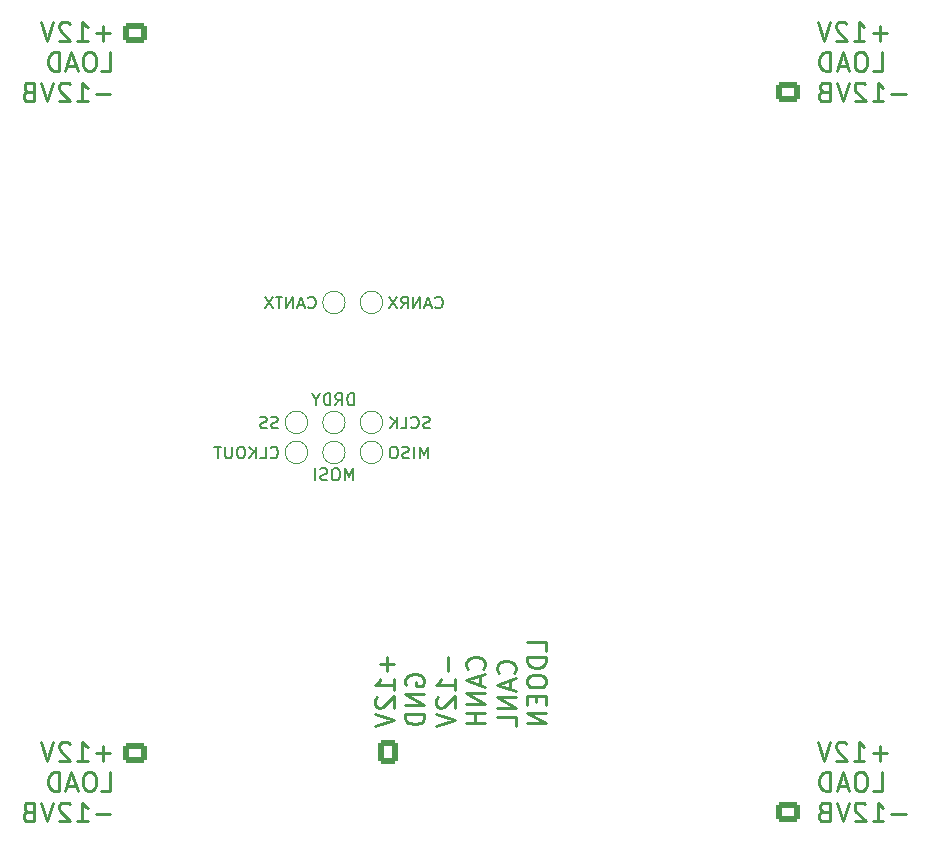
<source format=gbo>
G04 #@! TF.GenerationSoftware,KiCad,Pcbnew,7.0.7*
G04 #@! TF.CreationDate,2024-10-01T17:01:24-05:00*
G04 #@! TF.ProjectId,corner-board,636f726e-6572-42d6-926f-6172642e6b69,rev?*
G04 #@! TF.SameCoordinates,Original*
G04 #@! TF.FileFunction,Legend,Bot*
G04 #@! TF.FilePolarity,Positive*
%FSLAX46Y46*%
G04 Gerber Fmt 4.6, Leading zero omitted, Abs format (unit mm)*
G04 Created by KiCad (PCBNEW 7.0.7) date 2024-10-01 17:01:24*
%MOMM*%
%LPD*%
G01*
G04 APERTURE LIST*
G04 Aperture macros list*
%AMRoundRect*
0 Rectangle with rounded corners*
0 $1 Rounding radius*
0 $2 $3 $4 $5 $6 $7 $8 $9 X,Y pos of 4 corners*
0 Add a 4 corners polygon primitive as box body*
4,1,4,$2,$3,$4,$5,$6,$7,$8,$9,$2,$3,0*
0 Add four circle primitives for the rounded corners*
1,1,$1+$1,$2,$3*
1,1,$1+$1,$4,$5*
1,1,$1+$1,$6,$7*
1,1,$1+$1,$8,$9*
0 Add four rect primitives between the rounded corners*
20,1,$1+$1,$2,$3,$4,$5,0*
20,1,$1+$1,$4,$5,$6,$7,0*
20,1,$1+$1,$6,$7,$8,$9,0*
20,1,$1+$1,$8,$9,$2,$3,0*%
G04 Aperture macros list end*
%ADD10C,0.250000*%
%ADD11C,0.150000*%
%ADD12C,0.120000*%
%ADD13C,1.500000*%
%ADD14RoundRect,0.250000X-0.600000X-0.725000X0.600000X-0.725000X0.600000X0.725000X-0.600000X0.725000X0*%
%ADD15O,1.700000X1.950000*%
%ADD16C,2.000000*%
%ADD17C,5.500000*%
%ADD18R,1.600000X1.600000*%
%ADD19O,1.600000X1.600000*%
%ADD20R,1.700000X1.700000*%
%ADD21O,1.700000X1.700000*%
%ADD22O,1.950000X1.700000*%
%ADD23RoundRect,0.250000X0.725000X-0.600000X0.725000X0.600000X-0.725000X0.600000X-0.725000X-0.600000X0*%
%ADD24RoundRect,0.250000X-0.725000X0.600000X-0.725000X-0.600000X0.725000X-0.600000X0.725000X0.600000X0*%
G04 APERTURE END LIST*
D10*
X57177666Y-73191478D02*
X57177666Y-74410526D01*
X57787190Y-73801002D02*
X56568142Y-73801002D01*
X57787190Y-76010525D02*
X57787190Y-75096239D01*
X57787190Y-75553382D02*
X56187190Y-75553382D01*
X56187190Y-75553382D02*
X56415761Y-75401001D01*
X56415761Y-75401001D02*
X56568142Y-75248620D01*
X56568142Y-75248620D02*
X56644333Y-75096239D01*
X56339571Y-76620049D02*
X56263380Y-76696240D01*
X56263380Y-76696240D02*
X56187190Y-76848621D01*
X56187190Y-76848621D02*
X56187190Y-77229573D01*
X56187190Y-77229573D02*
X56263380Y-77381954D01*
X56263380Y-77381954D02*
X56339571Y-77458145D01*
X56339571Y-77458145D02*
X56491952Y-77534335D01*
X56491952Y-77534335D02*
X56644333Y-77534335D01*
X56644333Y-77534335D02*
X56872904Y-77458145D01*
X56872904Y-77458145D02*
X57787190Y-76543859D01*
X57787190Y-76543859D02*
X57787190Y-77534335D01*
X56187190Y-77991478D02*
X57787190Y-78524812D01*
X57787190Y-78524812D02*
X56187190Y-79058145D01*
X58839380Y-75553384D02*
X58763190Y-75401003D01*
X58763190Y-75401003D02*
X58763190Y-75172432D01*
X58763190Y-75172432D02*
X58839380Y-74943860D01*
X58839380Y-74943860D02*
X58991761Y-74791479D01*
X58991761Y-74791479D02*
X59144142Y-74715289D01*
X59144142Y-74715289D02*
X59448904Y-74639098D01*
X59448904Y-74639098D02*
X59677476Y-74639098D01*
X59677476Y-74639098D02*
X59982238Y-74715289D01*
X59982238Y-74715289D02*
X60134619Y-74791479D01*
X60134619Y-74791479D02*
X60287000Y-74943860D01*
X60287000Y-74943860D02*
X60363190Y-75172432D01*
X60363190Y-75172432D02*
X60363190Y-75324813D01*
X60363190Y-75324813D02*
X60287000Y-75553384D01*
X60287000Y-75553384D02*
X60210809Y-75629575D01*
X60210809Y-75629575D02*
X59677476Y-75629575D01*
X59677476Y-75629575D02*
X59677476Y-75324813D01*
X60363190Y-76315289D02*
X58763190Y-76315289D01*
X58763190Y-76315289D02*
X60363190Y-77229575D01*
X60363190Y-77229575D02*
X58763190Y-77229575D01*
X60363190Y-77991479D02*
X58763190Y-77991479D01*
X58763190Y-77991479D02*
X58763190Y-78372431D01*
X58763190Y-78372431D02*
X58839380Y-78601003D01*
X58839380Y-78601003D02*
X58991761Y-78753384D01*
X58991761Y-78753384D02*
X59144142Y-78829574D01*
X59144142Y-78829574D02*
X59448904Y-78905765D01*
X59448904Y-78905765D02*
X59677476Y-78905765D01*
X59677476Y-78905765D02*
X59982238Y-78829574D01*
X59982238Y-78829574D02*
X60134619Y-78753384D01*
X60134619Y-78753384D02*
X60287000Y-78601003D01*
X60287000Y-78601003D02*
X60363190Y-78372431D01*
X60363190Y-78372431D02*
X60363190Y-77991479D01*
X62329666Y-73191478D02*
X62329666Y-74410526D01*
X62939190Y-76010525D02*
X62939190Y-75096239D01*
X62939190Y-75553382D02*
X61339190Y-75553382D01*
X61339190Y-75553382D02*
X61567761Y-75401001D01*
X61567761Y-75401001D02*
X61720142Y-75248620D01*
X61720142Y-75248620D02*
X61796333Y-75096239D01*
X61491571Y-76620049D02*
X61415380Y-76696240D01*
X61415380Y-76696240D02*
X61339190Y-76848621D01*
X61339190Y-76848621D02*
X61339190Y-77229573D01*
X61339190Y-77229573D02*
X61415380Y-77381954D01*
X61415380Y-77381954D02*
X61491571Y-77458145D01*
X61491571Y-77458145D02*
X61643952Y-77534335D01*
X61643952Y-77534335D02*
X61796333Y-77534335D01*
X61796333Y-77534335D02*
X62024904Y-77458145D01*
X62024904Y-77458145D02*
X62939190Y-76543859D01*
X62939190Y-76543859D02*
X62939190Y-77534335D01*
X61339190Y-77991478D02*
X62939190Y-78524812D01*
X62939190Y-78524812D02*
X61339190Y-79058145D01*
X65362809Y-74181956D02*
X65439000Y-74105765D01*
X65439000Y-74105765D02*
X65515190Y-73877194D01*
X65515190Y-73877194D02*
X65515190Y-73724813D01*
X65515190Y-73724813D02*
X65439000Y-73496241D01*
X65439000Y-73496241D02*
X65286619Y-73343860D01*
X65286619Y-73343860D02*
X65134238Y-73267670D01*
X65134238Y-73267670D02*
X64829476Y-73191479D01*
X64829476Y-73191479D02*
X64600904Y-73191479D01*
X64600904Y-73191479D02*
X64296142Y-73267670D01*
X64296142Y-73267670D02*
X64143761Y-73343860D01*
X64143761Y-73343860D02*
X63991380Y-73496241D01*
X63991380Y-73496241D02*
X63915190Y-73724813D01*
X63915190Y-73724813D02*
X63915190Y-73877194D01*
X63915190Y-73877194D02*
X63991380Y-74105765D01*
X63991380Y-74105765D02*
X64067571Y-74181956D01*
X65058047Y-74791479D02*
X65058047Y-75553384D01*
X65515190Y-74639098D02*
X63915190Y-75172432D01*
X63915190Y-75172432D02*
X65515190Y-75705765D01*
X65515190Y-76239099D02*
X63915190Y-76239099D01*
X63915190Y-76239099D02*
X65515190Y-77153385D01*
X65515190Y-77153385D02*
X63915190Y-77153385D01*
X65515190Y-77915289D02*
X63915190Y-77915289D01*
X64677095Y-77915289D02*
X64677095Y-78829575D01*
X65515190Y-78829575D02*
X63915190Y-78829575D01*
X67938809Y-74562908D02*
X68015000Y-74486717D01*
X68015000Y-74486717D02*
X68091190Y-74258146D01*
X68091190Y-74258146D02*
X68091190Y-74105765D01*
X68091190Y-74105765D02*
X68015000Y-73877193D01*
X68015000Y-73877193D02*
X67862619Y-73724812D01*
X67862619Y-73724812D02*
X67710238Y-73648622D01*
X67710238Y-73648622D02*
X67405476Y-73572431D01*
X67405476Y-73572431D02*
X67176904Y-73572431D01*
X67176904Y-73572431D02*
X66872142Y-73648622D01*
X66872142Y-73648622D02*
X66719761Y-73724812D01*
X66719761Y-73724812D02*
X66567380Y-73877193D01*
X66567380Y-73877193D02*
X66491190Y-74105765D01*
X66491190Y-74105765D02*
X66491190Y-74258146D01*
X66491190Y-74258146D02*
X66567380Y-74486717D01*
X66567380Y-74486717D02*
X66643571Y-74562908D01*
X67634047Y-75172431D02*
X67634047Y-75934336D01*
X68091190Y-75020050D02*
X66491190Y-75553384D01*
X66491190Y-75553384D02*
X68091190Y-76086717D01*
X68091190Y-76620051D02*
X66491190Y-76620051D01*
X66491190Y-76620051D02*
X68091190Y-77534337D01*
X68091190Y-77534337D02*
X66491190Y-77534337D01*
X68091190Y-79058146D02*
X68091190Y-78296241D01*
X68091190Y-78296241D02*
X66491190Y-78296241D01*
X70667190Y-72658147D02*
X70667190Y-71896242D01*
X70667190Y-71896242D02*
X69067190Y-71896242D01*
X70667190Y-73191480D02*
X69067190Y-73191480D01*
X69067190Y-73191480D02*
X69067190Y-73572432D01*
X69067190Y-73572432D02*
X69143380Y-73801004D01*
X69143380Y-73801004D02*
X69295761Y-73953385D01*
X69295761Y-73953385D02*
X69448142Y-74029575D01*
X69448142Y-74029575D02*
X69752904Y-74105766D01*
X69752904Y-74105766D02*
X69981476Y-74105766D01*
X69981476Y-74105766D02*
X70286238Y-74029575D01*
X70286238Y-74029575D02*
X70438619Y-73953385D01*
X70438619Y-73953385D02*
X70591000Y-73801004D01*
X70591000Y-73801004D02*
X70667190Y-73572432D01*
X70667190Y-73572432D02*
X70667190Y-73191480D01*
X69067190Y-75096242D02*
X69067190Y-75401004D01*
X69067190Y-75401004D02*
X69143380Y-75553385D01*
X69143380Y-75553385D02*
X69295761Y-75705766D01*
X69295761Y-75705766D02*
X69600523Y-75781956D01*
X69600523Y-75781956D02*
X70133857Y-75781956D01*
X70133857Y-75781956D02*
X70438619Y-75705766D01*
X70438619Y-75705766D02*
X70591000Y-75553385D01*
X70591000Y-75553385D02*
X70667190Y-75401004D01*
X70667190Y-75401004D02*
X70667190Y-75096242D01*
X70667190Y-75096242D02*
X70591000Y-74943861D01*
X70591000Y-74943861D02*
X70438619Y-74791480D01*
X70438619Y-74791480D02*
X70133857Y-74715289D01*
X70133857Y-74715289D02*
X69600523Y-74715289D01*
X69600523Y-74715289D02*
X69295761Y-74791480D01*
X69295761Y-74791480D02*
X69143380Y-74943861D01*
X69143380Y-74943861D02*
X69067190Y-75096242D01*
X69829095Y-76467670D02*
X69829095Y-77001003D01*
X70667190Y-77229575D02*
X70667190Y-76467670D01*
X70667190Y-76467670D02*
X69067190Y-76467670D01*
X69067190Y-76467670D02*
X69067190Y-77229575D01*
X70667190Y-77915289D02*
X69067190Y-77915289D01*
X69067190Y-77915289D02*
X70667190Y-78829575D01*
X70667190Y-78829575D02*
X69067190Y-78829575D01*
X99528521Y-81361666D02*
X98309474Y-81361666D01*
X98918997Y-81971190D02*
X98918997Y-80752142D01*
X96709474Y-81971190D02*
X97623760Y-81971190D01*
X97166617Y-81971190D02*
X97166617Y-80371190D01*
X97166617Y-80371190D02*
X97318998Y-80599761D01*
X97318998Y-80599761D02*
X97471379Y-80752142D01*
X97471379Y-80752142D02*
X97623760Y-80828333D01*
X96099950Y-80523571D02*
X96023759Y-80447380D01*
X96023759Y-80447380D02*
X95871378Y-80371190D01*
X95871378Y-80371190D02*
X95490426Y-80371190D01*
X95490426Y-80371190D02*
X95338045Y-80447380D01*
X95338045Y-80447380D02*
X95261854Y-80523571D01*
X95261854Y-80523571D02*
X95185664Y-80675952D01*
X95185664Y-80675952D02*
X95185664Y-80828333D01*
X95185664Y-80828333D02*
X95261854Y-81056904D01*
X95261854Y-81056904D02*
X96176140Y-81971190D01*
X96176140Y-81971190D02*
X95185664Y-81971190D01*
X94728521Y-80371190D02*
X94195187Y-81971190D01*
X94195187Y-81971190D02*
X93661854Y-80371190D01*
X98309472Y-84547190D02*
X99071377Y-84547190D01*
X99071377Y-84547190D02*
X99071377Y-82947190D01*
X97471377Y-82947190D02*
X97166615Y-82947190D01*
X97166615Y-82947190D02*
X97014234Y-83023380D01*
X97014234Y-83023380D02*
X96861853Y-83175761D01*
X96861853Y-83175761D02*
X96785663Y-83480523D01*
X96785663Y-83480523D02*
X96785663Y-84013857D01*
X96785663Y-84013857D02*
X96861853Y-84318619D01*
X96861853Y-84318619D02*
X97014234Y-84471000D01*
X97014234Y-84471000D02*
X97166615Y-84547190D01*
X97166615Y-84547190D02*
X97471377Y-84547190D01*
X97471377Y-84547190D02*
X97623758Y-84471000D01*
X97623758Y-84471000D02*
X97776139Y-84318619D01*
X97776139Y-84318619D02*
X97852330Y-84013857D01*
X97852330Y-84013857D02*
X97852330Y-83480523D01*
X97852330Y-83480523D02*
X97776139Y-83175761D01*
X97776139Y-83175761D02*
X97623758Y-83023380D01*
X97623758Y-83023380D02*
X97471377Y-82947190D01*
X96176140Y-84090047D02*
X95414235Y-84090047D01*
X96328521Y-84547190D02*
X95795187Y-82947190D01*
X95795187Y-82947190D02*
X95261854Y-84547190D01*
X94728520Y-84547190D02*
X94728520Y-82947190D01*
X94728520Y-82947190D02*
X94347568Y-82947190D01*
X94347568Y-82947190D02*
X94118996Y-83023380D01*
X94118996Y-83023380D02*
X93966615Y-83175761D01*
X93966615Y-83175761D02*
X93890425Y-83328142D01*
X93890425Y-83328142D02*
X93814234Y-83632904D01*
X93814234Y-83632904D02*
X93814234Y-83861476D01*
X93814234Y-83861476D02*
X93890425Y-84166238D01*
X93890425Y-84166238D02*
X93966615Y-84318619D01*
X93966615Y-84318619D02*
X94118996Y-84471000D01*
X94118996Y-84471000D02*
X94347568Y-84547190D01*
X94347568Y-84547190D02*
X94728520Y-84547190D01*
X101128521Y-86513666D02*
X99909474Y-86513666D01*
X98309474Y-87123190D02*
X99223760Y-87123190D01*
X98766617Y-87123190D02*
X98766617Y-85523190D01*
X98766617Y-85523190D02*
X98918998Y-85751761D01*
X98918998Y-85751761D02*
X99071379Y-85904142D01*
X99071379Y-85904142D02*
X99223760Y-85980333D01*
X97699950Y-85675571D02*
X97623759Y-85599380D01*
X97623759Y-85599380D02*
X97471378Y-85523190D01*
X97471378Y-85523190D02*
X97090426Y-85523190D01*
X97090426Y-85523190D02*
X96938045Y-85599380D01*
X96938045Y-85599380D02*
X96861854Y-85675571D01*
X96861854Y-85675571D02*
X96785664Y-85827952D01*
X96785664Y-85827952D02*
X96785664Y-85980333D01*
X96785664Y-85980333D02*
X96861854Y-86208904D01*
X96861854Y-86208904D02*
X97776140Y-87123190D01*
X97776140Y-87123190D02*
X96785664Y-87123190D01*
X96328521Y-85523190D02*
X95795187Y-87123190D01*
X95795187Y-87123190D02*
X95261854Y-85523190D01*
X94195187Y-86285095D02*
X93966615Y-86361285D01*
X93966615Y-86361285D02*
X93890425Y-86437476D01*
X93890425Y-86437476D02*
X93814234Y-86589857D01*
X93814234Y-86589857D02*
X93814234Y-86818428D01*
X93814234Y-86818428D02*
X93890425Y-86970809D01*
X93890425Y-86970809D02*
X93966615Y-87047000D01*
X93966615Y-87047000D02*
X94118996Y-87123190D01*
X94118996Y-87123190D02*
X94728520Y-87123190D01*
X94728520Y-87123190D02*
X94728520Y-85523190D01*
X94728520Y-85523190D02*
X94195187Y-85523190D01*
X94195187Y-85523190D02*
X94042806Y-85599380D01*
X94042806Y-85599380D02*
X93966615Y-85675571D01*
X93966615Y-85675571D02*
X93890425Y-85827952D01*
X93890425Y-85827952D02*
X93890425Y-85980333D01*
X93890425Y-85980333D02*
X93966615Y-86132714D01*
X93966615Y-86132714D02*
X94042806Y-86208904D01*
X94042806Y-86208904D02*
X94195187Y-86285095D01*
X94195187Y-86285095D02*
X94728520Y-86285095D01*
X99528521Y-20401666D02*
X98309474Y-20401666D01*
X98918997Y-21011190D02*
X98918997Y-19792142D01*
X96709474Y-21011190D02*
X97623760Y-21011190D01*
X97166617Y-21011190D02*
X97166617Y-19411190D01*
X97166617Y-19411190D02*
X97318998Y-19639761D01*
X97318998Y-19639761D02*
X97471379Y-19792142D01*
X97471379Y-19792142D02*
X97623760Y-19868333D01*
X96099950Y-19563571D02*
X96023759Y-19487380D01*
X96023759Y-19487380D02*
X95871378Y-19411190D01*
X95871378Y-19411190D02*
X95490426Y-19411190D01*
X95490426Y-19411190D02*
X95338045Y-19487380D01*
X95338045Y-19487380D02*
X95261854Y-19563571D01*
X95261854Y-19563571D02*
X95185664Y-19715952D01*
X95185664Y-19715952D02*
X95185664Y-19868333D01*
X95185664Y-19868333D02*
X95261854Y-20096904D01*
X95261854Y-20096904D02*
X96176140Y-21011190D01*
X96176140Y-21011190D02*
X95185664Y-21011190D01*
X94728521Y-19411190D02*
X94195187Y-21011190D01*
X94195187Y-21011190D02*
X93661854Y-19411190D01*
X98309472Y-23587190D02*
X99071377Y-23587190D01*
X99071377Y-23587190D02*
X99071377Y-21987190D01*
X97471377Y-21987190D02*
X97166615Y-21987190D01*
X97166615Y-21987190D02*
X97014234Y-22063380D01*
X97014234Y-22063380D02*
X96861853Y-22215761D01*
X96861853Y-22215761D02*
X96785663Y-22520523D01*
X96785663Y-22520523D02*
X96785663Y-23053857D01*
X96785663Y-23053857D02*
X96861853Y-23358619D01*
X96861853Y-23358619D02*
X97014234Y-23511000D01*
X97014234Y-23511000D02*
X97166615Y-23587190D01*
X97166615Y-23587190D02*
X97471377Y-23587190D01*
X97471377Y-23587190D02*
X97623758Y-23511000D01*
X97623758Y-23511000D02*
X97776139Y-23358619D01*
X97776139Y-23358619D02*
X97852330Y-23053857D01*
X97852330Y-23053857D02*
X97852330Y-22520523D01*
X97852330Y-22520523D02*
X97776139Y-22215761D01*
X97776139Y-22215761D02*
X97623758Y-22063380D01*
X97623758Y-22063380D02*
X97471377Y-21987190D01*
X96176140Y-23130047D02*
X95414235Y-23130047D01*
X96328521Y-23587190D02*
X95795187Y-21987190D01*
X95795187Y-21987190D02*
X95261854Y-23587190D01*
X94728520Y-23587190D02*
X94728520Y-21987190D01*
X94728520Y-21987190D02*
X94347568Y-21987190D01*
X94347568Y-21987190D02*
X94118996Y-22063380D01*
X94118996Y-22063380D02*
X93966615Y-22215761D01*
X93966615Y-22215761D02*
X93890425Y-22368142D01*
X93890425Y-22368142D02*
X93814234Y-22672904D01*
X93814234Y-22672904D02*
X93814234Y-22901476D01*
X93814234Y-22901476D02*
X93890425Y-23206238D01*
X93890425Y-23206238D02*
X93966615Y-23358619D01*
X93966615Y-23358619D02*
X94118996Y-23511000D01*
X94118996Y-23511000D02*
X94347568Y-23587190D01*
X94347568Y-23587190D02*
X94728520Y-23587190D01*
X101128521Y-25553666D02*
X99909474Y-25553666D01*
X98309474Y-26163190D02*
X99223760Y-26163190D01*
X98766617Y-26163190D02*
X98766617Y-24563190D01*
X98766617Y-24563190D02*
X98918998Y-24791761D01*
X98918998Y-24791761D02*
X99071379Y-24944142D01*
X99071379Y-24944142D02*
X99223760Y-25020333D01*
X97699950Y-24715571D02*
X97623759Y-24639380D01*
X97623759Y-24639380D02*
X97471378Y-24563190D01*
X97471378Y-24563190D02*
X97090426Y-24563190D01*
X97090426Y-24563190D02*
X96938045Y-24639380D01*
X96938045Y-24639380D02*
X96861854Y-24715571D01*
X96861854Y-24715571D02*
X96785664Y-24867952D01*
X96785664Y-24867952D02*
X96785664Y-25020333D01*
X96785664Y-25020333D02*
X96861854Y-25248904D01*
X96861854Y-25248904D02*
X97776140Y-26163190D01*
X97776140Y-26163190D02*
X96785664Y-26163190D01*
X96328521Y-24563190D02*
X95795187Y-26163190D01*
X95795187Y-26163190D02*
X95261854Y-24563190D01*
X94195187Y-25325095D02*
X93966615Y-25401285D01*
X93966615Y-25401285D02*
X93890425Y-25477476D01*
X93890425Y-25477476D02*
X93814234Y-25629857D01*
X93814234Y-25629857D02*
X93814234Y-25858428D01*
X93814234Y-25858428D02*
X93890425Y-26010809D01*
X93890425Y-26010809D02*
X93966615Y-26087000D01*
X93966615Y-26087000D02*
X94118996Y-26163190D01*
X94118996Y-26163190D02*
X94728520Y-26163190D01*
X94728520Y-26163190D02*
X94728520Y-24563190D01*
X94728520Y-24563190D02*
X94195187Y-24563190D01*
X94195187Y-24563190D02*
X94042806Y-24639380D01*
X94042806Y-24639380D02*
X93966615Y-24715571D01*
X93966615Y-24715571D02*
X93890425Y-24867952D01*
X93890425Y-24867952D02*
X93890425Y-25020333D01*
X93890425Y-25020333D02*
X93966615Y-25172714D01*
X93966615Y-25172714D02*
X94042806Y-25248904D01*
X94042806Y-25248904D02*
X94195187Y-25325095D01*
X94195187Y-25325095D02*
X94728520Y-25325095D01*
X33744574Y-20401666D02*
X32525527Y-20401666D01*
X33135050Y-21011190D02*
X33135050Y-19792142D01*
X30925527Y-21011190D02*
X31839813Y-21011190D01*
X31382670Y-21011190D02*
X31382670Y-19411190D01*
X31382670Y-19411190D02*
X31535051Y-19639761D01*
X31535051Y-19639761D02*
X31687432Y-19792142D01*
X31687432Y-19792142D02*
X31839813Y-19868333D01*
X30316003Y-19563571D02*
X30239812Y-19487380D01*
X30239812Y-19487380D02*
X30087431Y-19411190D01*
X30087431Y-19411190D02*
X29706479Y-19411190D01*
X29706479Y-19411190D02*
X29554098Y-19487380D01*
X29554098Y-19487380D02*
X29477907Y-19563571D01*
X29477907Y-19563571D02*
X29401717Y-19715952D01*
X29401717Y-19715952D02*
X29401717Y-19868333D01*
X29401717Y-19868333D02*
X29477907Y-20096904D01*
X29477907Y-20096904D02*
X30392193Y-21011190D01*
X30392193Y-21011190D02*
X29401717Y-21011190D01*
X28944574Y-19411190D02*
X28411240Y-21011190D01*
X28411240Y-21011190D02*
X27877907Y-19411190D01*
X32982669Y-23587190D02*
X33744574Y-23587190D01*
X33744574Y-23587190D02*
X33744574Y-21987190D01*
X32144574Y-21987190D02*
X31839812Y-21987190D01*
X31839812Y-21987190D02*
X31687431Y-22063380D01*
X31687431Y-22063380D02*
X31535050Y-22215761D01*
X31535050Y-22215761D02*
X31458860Y-22520523D01*
X31458860Y-22520523D02*
X31458860Y-23053857D01*
X31458860Y-23053857D02*
X31535050Y-23358619D01*
X31535050Y-23358619D02*
X31687431Y-23511000D01*
X31687431Y-23511000D02*
X31839812Y-23587190D01*
X31839812Y-23587190D02*
X32144574Y-23587190D01*
X32144574Y-23587190D02*
X32296955Y-23511000D01*
X32296955Y-23511000D02*
X32449336Y-23358619D01*
X32449336Y-23358619D02*
X32525527Y-23053857D01*
X32525527Y-23053857D02*
X32525527Y-22520523D01*
X32525527Y-22520523D02*
X32449336Y-22215761D01*
X32449336Y-22215761D02*
X32296955Y-22063380D01*
X32296955Y-22063380D02*
X32144574Y-21987190D01*
X30849337Y-23130047D02*
X30087432Y-23130047D01*
X31001718Y-23587190D02*
X30468384Y-21987190D01*
X30468384Y-21987190D02*
X29935051Y-23587190D01*
X29401717Y-23587190D02*
X29401717Y-21987190D01*
X29401717Y-21987190D02*
X29020765Y-21987190D01*
X29020765Y-21987190D02*
X28792193Y-22063380D01*
X28792193Y-22063380D02*
X28639812Y-22215761D01*
X28639812Y-22215761D02*
X28563622Y-22368142D01*
X28563622Y-22368142D02*
X28487431Y-22672904D01*
X28487431Y-22672904D02*
X28487431Y-22901476D01*
X28487431Y-22901476D02*
X28563622Y-23206238D01*
X28563622Y-23206238D02*
X28639812Y-23358619D01*
X28639812Y-23358619D02*
X28792193Y-23511000D01*
X28792193Y-23511000D02*
X29020765Y-23587190D01*
X29020765Y-23587190D02*
X29401717Y-23587190D01*
X33744574Y-25553666D02*
X32525527Y-25553666D01*
X30925527Y-26163190D02*
X31839813Y-26163190D01*
X31382670Y-26163190D02*
X31382670Y-24563190D01*
X31382670Y-24563190D02*
X31535051Y-24791761D01*
X31535051Y-24791761D02*
X31687432Y-24944142D01*
X31687432Y-24944142D02*
X31839813Y-25020333D01*
X30316003Y-24715571D02*
X30239812Y-24639380D01*
X30239812Y-24639380D02*
X30087431Y-24563190D01*
X30087431Y-24563190D02*
X29706479Y-24563190D01*
X29706479Y-24563190D02*
X29554098Y-24639380D01*
X29554098Y-24639380D02*
X29477907Y-24715571D01*
X29477907Y-24715571D02*
X29401717Y-24867952D01*
X29401717Y-24867952D02*
X29401717Y-25020333D01*
X29401717Y-25020333D02*
X29477907Y-25248904D01*
X29477907Y-25248904D02*
X30392193Y-26163190D01*
X30392193Y-26163190D02*
X29401717Y-26163190D01*
X28944574Y-24563190D02*
X28411240Y-26163190D01*
X28411240Y-26163190D02*
X27877907Y-24563190D01*
X26811240Y-25325095D02*
X26582668Y-25401285D01*
X26582668Y-25401285D02*
X26506478Y-25477476D01*
X26506478Y-25477476D02*
X26430287Y-25629857D01*
X26430287Y-25629857D02*
X26430287Y-25858428D01*
X26430287Y-25858428D02*
X26506478Y-26010809D01*
X26506478Y-26010809D02*
X26582668Y-26087000D01*
X26582668Y-26087000D02*
X26735049Y-26163190D01*
X26735049Y-26163190D02*
X27344573Y-26163190D01*
X27344573Y-26163190D02*
X27344573Y-24563190D01*
X27344573Y-24563190D02*
X26811240Y-24563190D01*
X26811240Y-24563190D02*
X26658859Y-24639380D01*
X26658859Y-24639380D02*
X26582668Y-24715571D01*
X26582668Y-24715571D02*
X26506478Y-24867952D01*
X26506478Y-24867952D02*
X26506478Y-25020333D01*
X26506478Y-25020333D02*
X26582668Y-25172714D01*
X26582668Y-25172714D02*
X26658859Y-25248904D01*
X26658859Y-25248904D02*
X26811240Y-25325095D01*
X26811240Y-25325095D02*
X27344573Y-25325095D01*
X33744574Y-81361666D02*
X32525527Y-81361666D01*
X33135050Y-81971190D02*
X33135050Y-80752142D01*
X30925527Y-81971190D02*
X31839813Y-81971190D01*
X31382670Y-81971190D02*
X31382670Y-80371190D01*
X31382670Y-80371190D02*
X31535051Y-80599761D01*
X31535051Y-80599761D02*
X31687432Y-80752142D01*
X31687432Y-80752142D02*
X31839813Y-80828333D01*
X30316003Y-80523571D02*
X30239812Y-80447380D01*
X30239812Y-80447380D02*
X30087431Y-80371190D01*
X30087431Y-80371190D02*
X29706479Y-80371190D01*
X29706479Y-80371190D02*
X29554098Y-80447380D01*
X29554098Y-80447380D02*
X29477907Y-80523571D01*
X29477907Y-80523571D02*
X29401717Y-80675952D01*
X29401717Y-80675952D02*
X29401717Y-80828333D01*
X29401717Y-80828333D02*
X29477907Y-81056904D01*
X29477907Y-81056904D02*
X30392193Y-81971190D01*
X30392193Y-81971190D02*
X29401717Y-81971190D01*
X28944574Y-80371190D02*
X28411240Y-81971190D01*
X28411240Y-81971190D02*
X27877907Y-80371190D01*
X32982669Y-84547190D02*
X33744574Y-84547190D01*
X33744574Y-84547190D02*
X33744574Y-82947190D01*
X32144574Y-82947190D02*
X31839812Y-82947190D01*
X31839812Y-82947190D02*
X31687431Y-83023380D01*
X31687431Y-83023380D02*
X31535050Y-83175761D01*
X31535050Y-83175761D02*
X31458860Y-83480523D01*
X31458860Y-83480523D02*
X31458860Y-84013857D01*
X31458860Y-84013857D02*
X31535050Y-84318619D01*
X31535050Y-84318619D02*
X31687431Y-84471000D01*
X31687431Y-84471000D02*
X31839812Y-84547190D01*
X31839812Y-84547190D02*
X32144574Y-84547190D01*
X32144574Y-84547190D02*
X32296955Y-84471000D01*
X32296955Y-84471000D02*
X32449336Y-84318619D01*
X32449336Y-84318619D02*
X32525527Y-84013857D01*
X32525527Y-84013857D02*
X32525527Y-83480523D01*
X32525527Y-83480523D02*
X32449336Y-83175761D01*
X32449336Y-83175761D02*
X32296955Y-83023380D01*
X32296955Y-83023380D02*
X32144574Y-82947190D01*
X30849337Y-84090047D02*
X30087432Y-84090047D01*
X31001718Y-84547190D02*
X30468384Y-82947190D01*
X30468384Y-82947190D02*
X29935051Y-84547190D01*
X29401717Y-84547190D02*
X29401717Y-82947190D01*
X29401717Y-82947190D02*
X29020765Y-82947190D01*
X29020765Y-82947190D02*
X28792193Y-83023380D01*
X28792193Y-83023380D02*
X28639812Y-83175761D01*
X28639812Y-83175761D02*
X28563622Y-83328142D01*
X28563622Y-83328142D02*
X28487431Y-83632904D01*
X28487431Y-83632904D02*
X28487431Y-83861476D01*
X28487431Y-83861476D02*
X28563622Y-84166238D01*
X28563622Y-84166238D02*
X28639812Y-84318619D01*
X28639812Y-84318619D02*
X28792193Y-84471000D01*
X28792193Y-84471000D02*
X29020765Y-84547190D01*
X29020765Y-84547190D02*
X29401717Y-84547190D01*
X33744574Y-86513666D02*
X32525527Y-86513666D01*
X30925527Y-87123190D02*
X31839813Y-87123190D01*
X31382670Y-87123190D02*
X31382670Y-85523190D01*
X31382670Y-85523190D02*
X31535051Y-85751761D01*
X31535051Y-85751761D02*
X31687432Y-85904142D01*
X31687432Y-85904142D02*
X31839813Y-85980333D01*
X30316003Y-85675571D02*
X30239812Y-85599380D01*
X30239812Y-85599380D02*
X30087431Y-85523190D01*
X30087431Y-85523190D02*
X29706479Y-85523190D01*
X29706479Y-85523190D02*
X29554098Y-85599380D01*
X29554098Y-85599380D02*
X29477907Y-85675571D01*
X29477907Y-85675571D02*
X29401717Y-85827952D01*
X29401717Y-85827952D02*
X29401717Y-85980333D01*
X29401717Y-85980333D02*
X29477907Y-86208904D01*
X29477907Y-86208904D02*
X30392193Y-87123190D01*
X30392193Y-87123190D02*
X29401717Y-87123190D01*
X28944574Y-85523190D02*
X28411240Y-87123190D01*
X28411240Y-87123190D02*
X27877907Y-85523190D01*
X26811240Y-86285095D02*
X26582668Y-86361285D01*
X26582668Y-86361285D02*
X26506478Y-86437476D01*
X26506478Y-86437476D02*
X26430287Y-86589857D01*
X26430287Y-86589857D02*
X26430287Y-86818428D01*
X26430287Y-86818428D02*
X26506478Y-86970809D01*
X26506478Y-86970809D02*
X26582668Y-87047000D01*
X26582668Y-87047000D02*
X26735049Y-87123190D01*
X26735049Y-87123190D02*
X27344573Y-87123190D01*
X27344573Y-87123190D02*
X27344573Y-85523190D01*
X27344573Y-85523190D02*
X26811240Y-85523190D01*
X26811240Y-85523190D02*
X26658859Y-85599380D01*
X26658859Y-85599380D02*
X26582668Y-85675571D01*
X26582668Y-85675571D02*
X26506478Y-85827952D01*
X26506478Y-85827952D02*
X26506478Y-85980333D01*
X26506478Y-85980333D02*
X26582668Y-86132714D01*
X26582668Y-86132714D02*
X26658859Y-86208904D01*
X26658859Y-86208904D02*
X26811240Y-86285095D01*
X26811240Y-86285095D02*
X27344573Y-86285095D01*
D11*
X47970839Y-53797200D02*
X47827982Y-53844819D01*
X47827982Y-53844819D02*
X47589887Y-53844819D01*
X47589887Y-53844819D02*
X47494649Y-53797200D01*
X47494649Y-53797200D02*
X47447030Y-53749580D01*
X47447030Y-53749580D02*
X47399411Y-53654342D01*
X47399411Y-53654342D02*
X47399411Y-53559104D01*
X47399411Y-53559104D02*
X47447030Y-53463866D01*
X47447030Y-53463866D02*
X47494649Y-53416247D01*
X47494649Y-53416247D02*
X47589887Y-53368628D01*
X47589887Y-53368628D02*
X47780363Y-53321009D01*
X47780363Y-53321009D02*
X47875601Y-53273390D01*
X47875601Y-53273390D02*
X47923220Y-53225771D01*
X47923220Y-53225771D02*
X47970839Y-53130533D01*
X47970839Y-53130533D02*
X47970839Y-53035295D01*
X47970839Y-53035295D02*
X47923220Y-52940057D01*
X47923220Y-52940057D02*
X47875601Y-52892438D01*
X47875601Y-52892438D02*
X47780363Y-52844819D01*
X47780363Y-52844819D02*
X47542268Y-52844819D01*
X47542268Y-52844819D02*
X47399411Y-52892438D01*
X47018458Y-53797200D02*
X46875601Y-53844819D01*
X46875601Y-53844819D02*
X46637506Y-53844819D01*
X46637506Y-53844819D02*
X46542268Y-53797200D01*
X46542268Y-53797200D02*
X46494649Y-53749580D01*
X46494649Y-53749580D02*
X46447030Y-53654342D01*
X46447030Y-53654342D02*
X46447030Y-53559104D01*
X46447030Y-53559104D02*
X46494649Y-53463866D01*
X46494649Y-53463866D02*
X46542268Y-53416247D01*
X46542268Y-53416247D02*
X46637506Y-53368628D01*
X46637506Y-53368628D02*
X46827982Y-53321009D01*
X46827982Y-53321009D02*
X46923220Y-53273390D01*
X46923220Y-53273390D02*
X46970839Y-53225771D01*
X46970839Y-53225771D02*
X47018458Y-53130533D01*
X47018458Y-53130533D02*
X47018458Y-53035295D01*
X47018458Y-53035295D02*
X46970839Y-52940057D01*
X46970839Y-52940057D02*
X46923220Y-52892438D01*
X46923220Y-52892438D02*
X46827982Y-52844819D01*
X46827982Y-52844819D02*
X46589887Y-52844819D01*
X46589887Y-52844819D02*
X46447030Y-52892438D01*
X47351792Y-56289580D02*
X47399411Y-56337200D01*
X47399411Y-56337200D02*
X47542268Y-56384819D01*
X47542268Y-56384819D02*
X47637506Y-56384819D01*
X47637506Y-56384819D02*
X47780363Y-56337200D01*
X47780363Y-56337200D02*
X47875601Y-56241961D01*
X47875601Y-56241961D02*
X47923220Y-56146723D01*
X47923220Y-56146723D02*
X47970839Y-55956247D01*
X47970839Y-55956247D02*
X47970839Y-55813390D01*
X47970839Y-55813390D02*
X47923220Y-55622914D01*
X47923220Y-55622914D02*
X47875601Y-55527676D01*
X47875601Y-55527676D02*
X47780363Y-55432438D01*
X47780363Y-55432438D02*
X47637506Y-55384819D01*
X47637506Y-55384819D02*
X47542268Y-55384819D01*
X47542268Y-55384819D02*
X47399411Y-55432438D01*
X47399411Y-55432438D02*
X47351792Y-55480057D01*
X46447030Y-56384819D02*
X46923220Y-56384819D01*
X46923220Y-56384819D02*
X46923220Y-55384819D01*
X46113696Y-56384819D02*
X46113696Y-55384819D01*
X45542268Y-56384819D02*
X45970839Y-55813390D01*
X45542268Y-55384819D02*
X46113696Y-55956247D01*
X44923220Y-55384819D02*
X44732744Y-55384819D01*
X44732744Y-55384819D02*
X44637506Y-55432438D01*
X44637506Y-55432438D02*
X44542268Y-55527676D01*
X44542268Y-55527676D02*
X44494649Y-55718152D01*
X44494649Y-55718152D02*
X44494649Y-56051485D01*
X44494649Y-56051485D02*
X44542268Y-56241961D01*
X44542268Y-56241961D02*
X44637506Y-56337200D01*
X44637506Y-56337200D02*
X44732744Y-56384819D01*
X44732744Y-56384819D02*
X44923220Y-56384819D01*
X44923220Y-56384819D02*
X45018458Y-56337200D01*
X45018458Y-56337200D02*
X45113696Y-56241961D01*
X45113696Y-56241961D02*
X45161315Y-56051485D01*
X45161315Y-56051485D02*
X45161315Y-55718152D01*
X45161315Y-55718152D02*
X45113696Y-55527676D01*
X45113696Y-55527676D02*
X45018458Y-55432438D01*
X45018458Y-55432438D02*
X44923220Y-55384819D01*
X44066077Y-55384819D02*
X44066077Y-56194342D01*
X44066077Y-56194342D02*
X44018458Y-56289580D01*
X44018458Y-56289580D02*
X43970839Y-56337200D01*
X43970839Y-56337200D02*
X43875601Y-56384819D01*
X43875601Y-56384819D02*
X43685125Y-56384819D01*
X43685125Y-56384819D02*
X43589887Y-56337200D01*
X43589887Y-56337200D02*
X43542268Y-56289580D01*
X43542268Y-56289580D02*
X43494649Y-56194342D01*
X43494649Y-56194342D02*
X43494649Y-55384819D01*
X43161315Y-55384819D02*
X42589887Y-55384819D01*
X42875601Y-56384819D02*
X42875601Y-55384819D01*
X54395475Y-51889819D02*
X54395475Y-50889819D01*
X54395475Y-50889819D02*
X54157380Y-50889819D01*
X54157380Y-50889819D02*
X54014523Y-50937438D01*
X54014523Y-50937438D02*
X53919285Y-51032676D01*
X53919285Y-51032676D02*
X53871666Y-51127914D01*
X53871666Y-51127914D02*
X53824047Y-51318390D01*
X53824047Y-51318390D02*
X53824047Y-51461247D01*
X53824047Y-51461247D02*
X53871666Y-51651723D01*
X53871666Y-51651723D02*
X53919285Y-51746961D01*
X53919285Y-51746961D02*
X54014523Y-51842200D01*
X54014523Y-51842200D02*
X54157380Y-51889819D01*
X54157380Y-51889819D02*
X54395475Y-51889819D01*
X52824047Y-51889819D02*
X53157380Y-51413628D01*
X53395475Y-51889819D02*
X53395475Y-50889819D01*
X53395475Y-50889819D02*
X53014523Y-50889819D01*
X53014523Y-50889819D02*
X52919285Y-50937438D01*
X52919285Y-50937438D02*
X52871666Y-50985057D01*
X52871666Y-50985057D02*
X52824047Y-51080295D01*
X52824047Y-51080295D02*
X52824047Y-51223152D01*
X52824047Y-51223152D02*
X52871666Y-51318390D01*
X52871666Y-51318390D02*
X52919285Y-51366009D01*
X52919285Y-51366009D02*
X53014523Y-51413628D01*
X53014523Y-51413628D02*
X53395475Y-51413628D01*
X52395475Y-51889819D02*
X52395475Y-50889819D01*
X52395475Y-50889819D02*
X52157380Y-50889819D01*
X52157380Y-50889819D02*
X52014523Y-50937438D01*
X52014523Y-50937438D02*
X51919285Y-51032676D01*
X51919285Y-51032676D02*
X51871666Y-51127914D01*
X51871666Y-51127914D02*
X51824047Y-51318390D01*
X51824047Y-51318390D02*
X51824047Y-51461247D01*
X51824047Y-51461247D02*
X51871666Y-51651723D01*
X51871666Y-51651723D02*
X51919285Y-51746961D01*
X51919285Y-51746961D02*
X52014523Y-51842200D01*
X52014523Y-51842200D02*
X52157380Y-51889819D01*
X52157380Y-51889819D02*
X52395475Y-51889819D01*
X51204999Y-51413628D02*
X51204999Y-51889819D01*
X51538332Y-50889819D02*
X51204999Y-51413628D01*
X51204999Y-51413628D02*
X50871666Y-50889819D01*
X54276427Y-58239819D02*
X54276427Y-57239819D01*
X54276427Y-57239819D02*
X53943094Y-57954104D01*
X53943094Y-57954104D02*
X53609761Y-57239819D01*
X53609761Y-57239819D02*
X53609761Y-58239819D01*
X52943094Y-57239819D02*
X52752618Y-57239819D01*
X52752618Y-57239819D02*
X52657380Y-57287438D01*
X52657380Y-57287438D02*
X52562142Y-57382676D01*
X52562142Y-57382676D02*
X52514523Y-57573152D01*
X52514523Y-57573152D02*
X52514523Y-57906485D01*
X52514523Y-57906485D02*
X52562142Y-58096961D01*
X52562142Y-58096961D02*
X52657380Y-58192200D01*
X52657380Y-58192200D02*
X52752618Y-58239819D01*
X52752618Y-58239819D02*
X52943094Y-58239819D01*
X52943094Y-58239819D02*
X53038332Y-58192200D01*
X53038332Y-58192200D02*
X53133570Y-58096961D01*
X53133570Y-58096961D02*
X53181189Y-57906485D01*
X53181189Y-57906485D02*
X53181189Y-57573152D01*
X53181189Y-57573152D02*
X53133570Y-57382676D01*
X53133570Y-57382676D02*
X53038332Y-57287438D01*
X53038332Y-57287438D02*
X52943094Y-57239819D01*
X52133570Y-58192200D02*
X51990713Y-58239819D01*
X51990713Y-58239819D02*
X51752618Y-58239819D01*
X51752618Y-58239819D02*
X51657380Y-58192200D01*
X51657380Y-58192200D02*
X51609761Y-58144580D01*
X51609761Y-58144580D02*
X51562142Y-58049342D01*
X51562142Y-58049342D02*
X51562142Y-57954104D01*
X51562142Y-57954104D02*
X51609761Y-57858866D01*
X51609761Y-57858866D02*
X51657380Y-57811247D01*
X51657380Y-57811247D02*
X51752618Y-57763628D01*
X51752618Y-57763628D02*
X51943094Y-57716009D01*
X51943094Y-57716009D02*
X52038332Y-57668390D01*
X52038332Y-57668390D02*
X52085951Y-57620771D01*
X52085951Y-57620771D02*
X52133570Y-57525533D01*
X52133570Y-57525533D02*
X52133570Y-57430295D01*
X52133570Y-57430295D02*
X52085951Y-57335057D01*
X52085951Y-57335057D02*
X52038332Y-57287438D01*
X52038332Y-57287438D02*
X51943094Y-57239819D01*
X51943094Y-57239819D02*
X51704999Y-57239819D01*
X51704999Y-57239819D02*
X51562142Y-57287438D01*
X51133570Y-58239819D02*
X51133570Y-57239819D01*
X60629635Y-56384819D02*
X60629635Y-55384819D01*
X60629635Y-55384819D02*
X60296302Y-56099104D01*
X60296302Y-56099104D02*
X59962969Y-55384819D01*
X59962969Y-55384819D02*
X59962969Y-56384819D01*
X59486778Y-56384819D02*
X59486778Y-55384819D01*
X59058207Y-56337200D02*
X58915350Y-56384819D01*
X58915350Y-56384819D02*
X58677255Y-56384819D01*
X58677255Y-56384819D02*
X58582017Y-56337200D01*
X58582017Y-56337200D02*
X58534398Y-56289580D01*
X58534398Y-56289580D02*
X58486779Y-56194342D01*
X58486779Y-56194342D02*
X58486779Y-56099104D01*
X58486779Y-56099104D02*
X58534398Y-56003866D01*
X58534398Y-56003866D02*
X58582017Y-55956247D01*
X58582017Y-55956247D02*
X58677255Y-55908628D01*
X58677255Y-55908628D02*
X58867731Y-55861009D01*
X58867731Y-55861009D02*
X58962969Y-55813390D01*
X58962969Y-55813390D02*
X59010588Y-55765771D01*
X59010588Y-55765771D02*
X59058207Y-55670533D01*
X59058207Y-55670533D02*
X59058207Y-55575295D01*
X59058207Y-55575295D02*
X59010588Y-55480057D01*
X59010588Y-55480057D02*
X58962969Y-55432438D01*
X58962969Y-55432438D02*
X58867731Y-55384819D01*
X58867731Y-55384819D02*
X58629636Y-55384819D01*
X58629636Y-55384819D02*
X58486779Y-55432438D01*
X57867731Y-55384819D02*
X57677255Y-55384819D01*
X57677255Y-55384819D02*
X57582017Y-55432438D01*
X57582017Y-55432438D02*
X57486779Y-55527676D01*
X57486779Y-55527676D02*
X57439160Y-55718152D01*
X57439160Y-55718152D02*
X57439160Y-56051485D01*
X57439160Y-56051485D02*
X57486779Y-56241961D01*
X57486779Y-56241961D02*
X57582017Y-56337200D01*
X57582017Y-56337200D02*
X57677255Y-56384819D01*
X57677255Y-56384819D02*
X57867731Y-56384819D01*
X57867731Y-56384819D02*
X57962969Y-56337200D01*
X57962969Y-56337200D02*
X58058207Y-56241961D01*
X58058207Y-56241961D02*
X58105826Y-56051485D01*
X58105826Y-56051485D02*
X58105826Y-55718152D01*
X58105826Y-55718152D02*
X58058207Y-55527676D01*
X58058207Y-55527676D02*
X57962969Y-55432438D01*
X57962969Y-55432438D02*
X57867731Y-55384819D01*
X60820112Y-53797200D02*
X60677255Y-53844819D01*
X60677255Y-53844819D02*
X60439160Y-53844819D01*
X60439160Y-53844819D02*
X60343922Y-53797200D01*
X60343922Y-53797200D02*
X60296303Y-53749580D01*
X60296303Y-53749580D02*
X60248684Y-53654342D01*
X60248684Y-53654342D02*
X60248684Y-53559104D01*
X60248684Y-53559104D02*
X60296303Y-53463866D01*
X60296303Y-53463866D02*
X60343922Y-53416247D01*
X60343922Y-53416247D02*
X60439160Y-53368628D01*
X60439160Y-53368628D02*
X60629636Y-53321009D01*
X60629636Y-53321009D02*
X60724874Y-53273390D01*
X60724874Y-53273390D02*
X60772493Y-53225771D01*
X60772493Y-53225771D02*
X60820112Y-53130533D01*
X60820112Y-53130533D02*
X60820112Y-53035295D01*
X60820112Y-53035295D02*
X60772493Y-52940057D01*
X60772493Y-52940057D02*
X60724874Y-52892438D01*
X60724874Y-52892438D02*
X60629636Y-52844819D01*
X60629636Y-52844819D02*
X60391541Y-52844819D01*
X60391541Y-52844819D02*
X60248684Y-52892438D01*
X59248684Y-53749580D02*
X59296303Y-53797200D01*
X59296303Y-53797200D02*
X59439160Y-53844819D01*
X59439160Y-53844819D02*
X59534398Y-53844819D01*
X59534398Y-53844819D02*
X59677255Y-53797200D01*
X59677255Y-53797200D02*
X59772493Y-53701961D01*
X59772493Y-53701961D02*
X59820112Y-53606723D01*
X59820112Y-53606723D02*
X59867731Y-53416247D01*
X59867731Y-53416247D02*
X59867731Y-53273390D01*
X59867731Y-53273390D02*
X59820112Y-53082914D01*
X59820112Y-53082914D02*
X59772493Y-52987676D01*
X59772493Y-52987676D02*
X59677255Y-52892438D01*
X59677255Y-52892438D02*
X59534398Y-52844819D01*
X59534398Y-52844819D02*
X59439160Y-52844819D01*
X59439160Y-52844819D02*
X59296303Y-52892438D01*
X59296303Y-52892438D02*
X59248684Y-52940057D01*
X58343922Y-53844819D02*
X58820112Y-53844819D01*
X58820112Y-53844819D02*
X58820112Y-52844819D01*
X58010588Y-53844819D02*
X58010588Y-52844819D01*
X57439160Y-53844819D02*
X57867731Y-53273390D01*
X57439160Y-52844819D02*
X58010588Y-53416247D01*
X61296303Y-43589580D02*
X61343922Y-43637200D01*
X61343922Y-43637200D02*
X61486779Y-43684819D01*
X61486779Y-43684819D02*
X61582017Y-43684819D01*
X61582017Y-43684819D02*
X61724874Y-43637200D01*
X61724874Y-43637200D02*
X61820112Y-43541961D01*
X61820112Y-43541961D02*
X61867731Y-43446723D01*
X61867731Y-43446723D02*
X61915350Y-43256247D01*
X61915350Y-43256247D02*
X61915350Y-43113390D01*
X61915350Y-43113390D02*
X61867731Y-42922914D01*
X61867731Y-42922914D02*
X61820112Y-42827676D01*
X61820112Y-42827676D02*
X61724874Y-42732438D01*
X61724874Y-42732438D02*
X61582017Y-42684819D01*
X61582017Y-42684819D02*
X61486779Y-42684819D01*
X61486779Y-42684819D02*
X61343922Y-42732438D01*
X61343922Y-42732438D02*
X61296303Y-42780057D01*
X60915350Y-43399104D02*
X60439160Y-43399104D01*
X61010588Y-43684819D02*
X60677255Y-42684819D01*
X60677255Y-42684819D02*
X60343922Y-43684819D01*
X60010588Y-43684819D02*
X60010588Y-42684819D01*
X60010588Y-42684819D02*
X59439160Y-43684819D01*
X59439160Y-43684819D02*
X59439160Y-42684819D01*
X58391541Y-43684819D02*
X58724874Y-43208628D01*
X58962969Y-43684819D02*
X58962969Y-42684819D01*
X58962969Y-42684819D02*
X58582017Y-42684819D01*
X58582017Y-42684819D02*
X58486779Y-42732438D01*
X58486779Y-42732438D02*
X58439160Y-42780057D01*
X58439160Y-42780057D02*
X58391541Y-42875295D01*
X58391541Y-42875295D02*
X58391541Y-43018152D01*
X58391541Y-43018152D02*
X58439160Y-43113390D01*
X58439160Y-43113390D02*
X58486779Y-43161009D01*
X58486779Y-43161009D02*
X58582017Y-43208628D01*
X58582017Y-43208628D02*
X58962969Y-43208628D01*
X58058207Y-42684819D02*
X57391541Y-43684819D01*
X57391541Y-42684819D02*
X58058207Y-43684819D01*
X50526792Y-43589580D02*
X50574411Y-43637200D01*
X50574411Y-43637200D02*
X50717268Y-43684819D01*
X50717268Y-43684819D02*
X50812506Y-43684819D01*
X50812506Y-43684819D02*
X50955363Y-43637200D01*
X50955363Y-43637200D02*
X51050601Y-43541961D01*
X51050601Y-43541961D02*
X51098220Y-43446723D01*
X51098220Y-43446723D02*
X51145839Y-43256247D01*
X51145839Y-43256247D02*
X51145839Y-43113390D01*
X51145839Y-43113390D02*
X51098220Y-42922914D01*
X51098220Y-42922914D02*
X51050601Y-42827676D01*
X51050601Y-42827676D02*
X50955363Y-42732438D01*
X50955363Y-42732438D02*
X50812506Y-42684819D01*
X50812506Y-42684819D02*
X50717268Y-42684819D01*
X50717268Y-42684819D02*
X50574411Y-42732438D01*
X50574411Y-42732438D02*
X50526792Y-42780057D01*
X50145839Y-43399104D02*
X49669649Y-43399104D01*
X50241077Y-43684819D02*
X49907744Y-42684819D01*
X49907744Y-42684819D02*
X49574411Y-43684819D01*
X49241077Y-43684819D02*
X49241077Y-42684819D01*
X49241077Y-42684819D02*
X48669649Y-43684819D01*
X48669649Y-43684819D02*
X48669649Y-42684819D01*
X48336315Y-42684819D02*
X47764887Y-42684819D01*
X48050601Y-43684819D02*
X48050601Y-42684819D01*
X47526791Y-42684819D02*
X46860125Y-43684819D01*
X46860125Y-42684819D02*
X47526791Y-43684819D01*
D12*
X56830000Y-53340000D02*
G75*
G03*
X56830000Y-53340000I-950000J0D01*
G01*
X56830000Y-43180000D02*
G75*
G03*
X56830000Y-43180000I-950000J0D01*
G01*
X53655000Y-43180000D02*
G75*
G03*
X53655000Y-43180000I-950000J0D01*
G01*
X50480000Y-55880000D02*
G75*
G03*
X50480000Y-55880000I-950000J0D01*
G01*
X56830000Y-55880000D02*
G75*
G03*
X56830000Y-55880000I-950000J0D01*
G01*
X53655000Y-55880000D02*
G75*
G03*
X53655000Y-55880000I-950000J0D01*
G01*
X53655000Y-53340000D02*
G75*
G03*
X53655000Y-53340000I-950000J0D01*
G01*
X50480000Y-53340000D02*
G75*
G03*
X50480000Y-53340000I-950000J0D01*
G01*
%LPC*%
D13*
X55880000Y-53340000D03*
X55880000Y-43180000D03*
X52705000Y-43180000D03*
X49530000Y-55880000D03*
X55880000Y-55880000D03*
X52705000Y-55880000D03*
X52705000Y-53340000D03*
X49530000Y-53340000D03*
D14*
X57310000Y-81280000D03*
D15*
X59810000Y-81280000D03*
X62310000Y-81280000D03*
X64810000Y-81280000D03*
X67310000Y-81280000D03*
X69810000Y-81280000D03*
D16*
X56805000Y-24205000D03*
X56805000Y-17705000D03*
X61305000Y-24205000D03*
X61305000Y-17705000D03*
D17*
X96520000Y-73660000D03*
D18*
X34915000Y-56505000D03*
D19*
X34915000Y-53965000D03*
X34915000Y-51425000D03*
X34915000Y-48885000D03*
X27295000Y-48885000D03*
X27295000Y-51425000D03*
X27295000Y-53965000D03*
X27295000Y-56505000D03*
D20*
X99060000Y-48260000D03*
D21*
X99060000Y-45720000D03*
X99060000Y-43180000D03*
X99060000Y-40640000D03*
X99060000Y-38100000D03*
D22*
X91165000Y-20360000D03*
X91165000Y-22860000D03*
D23*
X91165000Y-25360000D03*
D17*
X30480000Y-33020000D03*
D16*
X65355000Y-24205000D03*
X65355000Y-17705000D03*
X69855000Y-24205000D03*
X69855000Y-17705000D03*
D17*
X96520000Y-33020000D03*
D22*
X35835000Y-86320000D03*
X35835000Y-83820000D03*
D24*
X35835000Y-81320000D03*
X35835000Y-20360000D03*
D22*
X35835000Y-22860000D03*
X35835000Y-25360000D03*
D17*
X30480000Y-73660000D03*
D22*
X91165000Y-81320000D03*
X91165000Y-83820000D03*
D23*
X91165000Y-86320000D03*
%LPD*%
M02*

</source>
